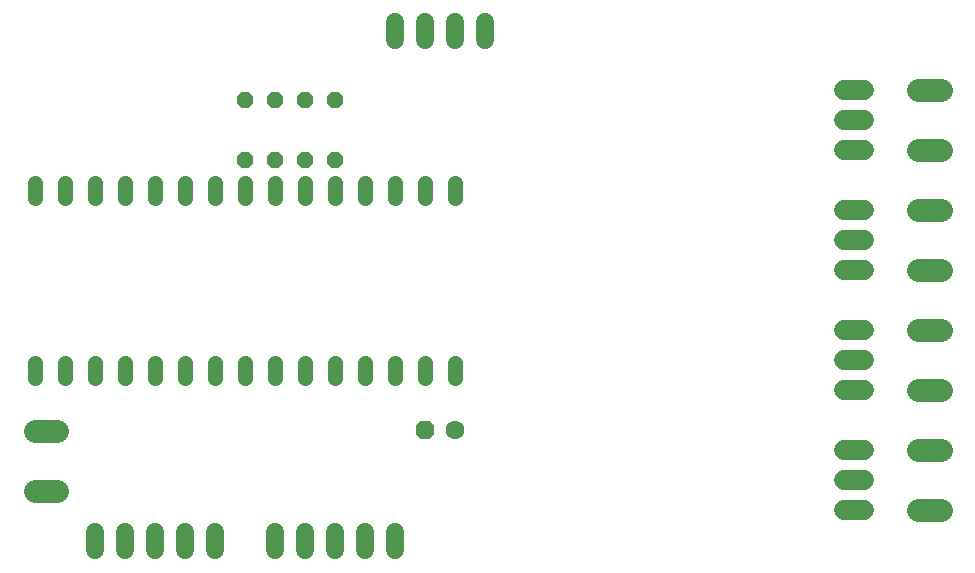
<source format=gbr>
G04 EAGLE Gerber RS-274X export*
G75*
%MOMM*%
%FSLAX34Y34*%
%LPD*%
%INTop Copper*%
%IPPOS*%
%AMOC8*
5,1,8,0,0,1.08239X$1,22.5*%
G01*
%ADD10P,1.732040X8X202.500000*%
%ADD11C,1.600200*%
%ADD12C,1.676400*%
%ADD13P,1.429621X8X292.500000*%
%ADD14C,1.524000*%
%ADD15C,1.930400*%
%ADD16C,1.308000*%


D10*
X368300Y165100D03*
D11*
X393700Y165100D03*
D12*
X723138Y402336D02*
X739902Y402336D01*
X739902Y427736D02*
X723138Y427736D01*
X723138Y453136D02*
X739902Y453136D01*
X739902Y199136D02*
X723138Y199136D01*
X723138Y224536D02*
X739902Y224536D01*
X739902Y249936D02*
X723138Y249936D01*
X723138Y300736D02*
X739902Y300736D01*
X739902Y326136D02*
X723138Y326136D01*
X723138Y351536D02*
X739902Y351536D01*
X739902Y97536D02*
X723138Y97536D01*
X723138Y122936D02*
X739902Y122936D01*
X739902Y148336D02*
X723138Y148336D01*
D13*
X292100Y444500D03*
X292100Y393700D03*
X266700Y444500D03*
X266700Y393700D03*
X215900Y444500D03*
X215900Y393700D03*
X241300Y444500D03*
X241300Y393700D03*
D14*
X342900Y78740D02*
X342900Y63500D01*
X317500Y63500D02*
X317500Y78740D01*
X292100Y78740D02*
X292100Y63500D01*
X266700Y63500D02*
X266700Y78740D01*
X241300Y78740D02*
X241300Y63500D01*
X190500Y63500D02*
X190500Y78740D01*
X165100Y78740D02*
X165100Y63500D01*
X139700Y63500D02*
X139700Y78740D01*
X114300Y78740D02*
X114300Y63500D01*
X88900Y63500D02*
X88900Y78740D01*
D15*
X785368Y402336D02*
X804672Y402336D01*
X804672Y453136D02*
X785368Y453136D01*
X785368Y199136D02*
X804672Y199136D01*
X804672Y249936D02*
X785368Y249936D01*
X785368Y300736D02*
X804672Y300736D01*
X804672Y351536D02*
X785368Y351536D01*
X785368Y97536D02*
X804672Y97536D01*
X804672Y148336D02*
X785368Y148336D01*
X56896Y113792D02*
X37592Y113792D01*
X37592Y164592D02*
X56896Y164592D01*
D16*
X393700Y361760D02*
X393700Y374840D01*
X368300Y374840D02*
X368300Y361760D01*
X342900Y361760D02*
X342900Y374840D01*
X317500Y374840D02*
X317500Y361760D01*
X292100Y361760D02*
X292100Y374840D01*
X266700Y374840D02*
X266700Y361760D01*
X241300Y361760D02*
X241300Y374840D01*
X215900Y374840D02*
X215900Y361760D01*
X190500Y361760D02*
X190500Y374840D01*
X165100Y374840D02*
X165100Y361760D01*
X139700Y361760D02*
X139700Y374840D01*
X114300Y374840D02*
X114300Y361760D01*
X393700Y222440D02*
X393700Y209360D01*
X368300Y209360D02*
X368300Y222440D01*
X342900Y222440D02*
X342900Y209360D01*
X190500Y209360D02*
X190500Y222440D01*
X165100Y222440D02*
X165100Y209360D01*
X139700Y209360D02*
X139700Y222440D01*
X114300Y222440D02*
X114300Y209360D01*
X38100Y209360D02*
X38100Y222440D01*
X38100Y361760D02*
X38100Y374840D01*
X63500Y374840D02*
X63500Y361760D01*
X88900Y361760D02*
X88900Y374840D01*
X63500Y222440D02*
X63500Y209360D01*
X88900Y209360D02*
X88900Y222440D01*
X317500Y222440D02*
X317500Y209360D01*
X215900Y209360D02*
X215900Y222440D01*
X241300Y222440D02*
X241300Y209360D01*
X266700Y209360D02*
X266700Y222440D01*
X292100Y222440D02*
X292100Y209360D01*
D14*
X419100Y495300D02*
X419100Y510540D01*
X393700Y510540D02*
X393700Y495300D01*
X368300Y495300D02*
X368300Y510540D01*
X342900Y510540D02*
X342900Y495300D01*
M02*

</source>
